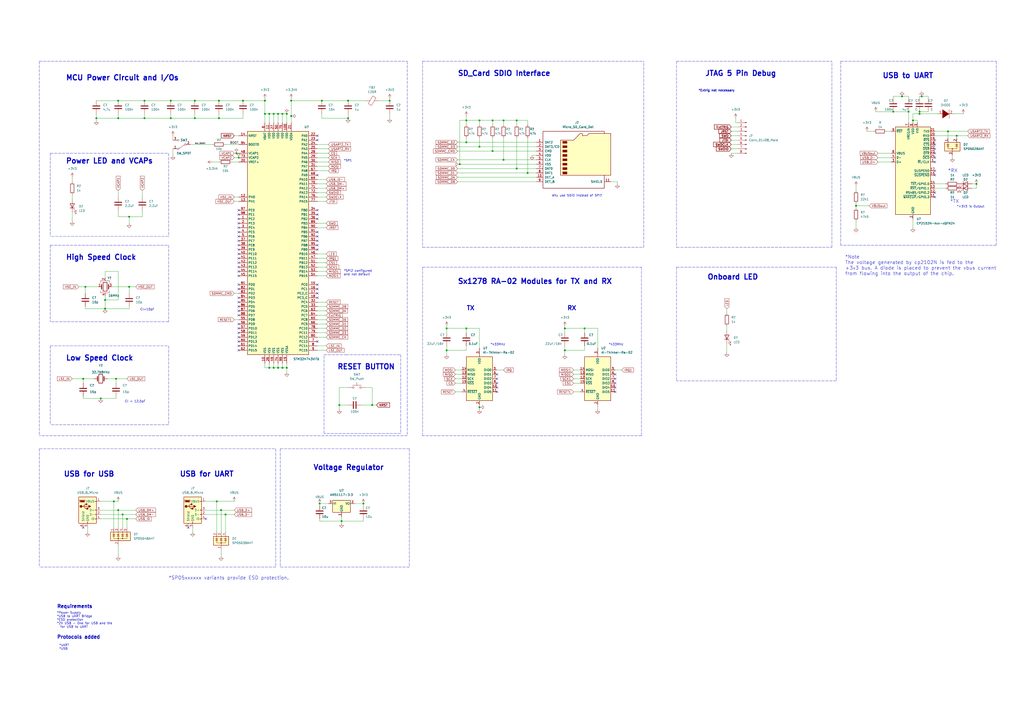
<source format=kicad_sch>
(kicad_sch (version 20211123) (generator eeschema)
  (paper "A2")
  (title_block (title "Tafiti Ground Comms Module") (date "2023-03-05") (rev "V1.4") (company "Kenya Space Agency") (comment 1 "This is a portable ground receiver module to send  and receive signals from the Onboard comms of Tafiti Nano-satellite."))
  (junction (at 226.06 58.42))
  (junction (at 339.09 190.5))
  (junction (at 285.75 69.85))
  (junction (at 566.42 106.68))
  (junction (at 259.08 203.2))
  (junction (at 292.1 92.71))
  (junction (at 158.75 66.04))
  (junction (at 60.96 179.07))
  (junction (at 68.58 295.91))
  (junction (at 198.12 302.26))
  (junction (at 168.91 58.42))
  (junction (at 130.81 298.45))
  (junction (at 99.06 68.58))
  (junction (at 113.03 68.58))
  (junction (at 166.37 66.04))
  (junction (at 127 58.42))
  (junction (at 83.82 58.42))
  (junction (at 49.53 166.37))
  (junction (at 523.24 55.88))
  (junction (at 185.42 292.1))
  (junction (at 168.91 67.31))
  (junction (at 74.93 166.37))
  (junction (at 153.67 58.42))
  (junction (at 529.59 69.85))
  (junction (at 66.04 290.83))
  (junction (at 533.4 64.77))
  (junction (at 99.06 58.42))
  (junction (at 67.31 219.71))
  (junction (at 83.82 68.58))
  (junction (at 140.97 58.42))
  (junction (at 137.16 88.9))
  (junction (at 55.88 68.58))
  (junction (at 113.03 58.42))
  (junction (at 166.37 213.36))
  (junction (at 533.4 66.04))
  (junction (at 71.12 298.45))
  (junction (at 210.82 292.1))
  (junction (at 299.72 69.85))
  (junction (at 554.99 78.74))
  (junction (at 201.93 68.58))
  (junction (at 292.1 69.85))
  (junction (at 266.7 95.25))
  (junction (at 74.93 125.73))
  (junction (at 186.69 58.42))
  (junction (at 327.66 203.2))
  (junction (at 299.72 97.79))
  (junction (at 156.21 66.04))
  (junction (at 285.75 87.63))
  (junction (at 156.21 213.36))
  (junction (at 201.93 58.42))
  (junction (at 527.05 64.77))
  (junction (at 270.51 69.85))
  (junction (at 278.13 85.09))
  (junction (at 161.29 66.04))
  (junction (at 138.43 91.44))
  (junction (at 549.91 76.2))
  (junction (at 278.13 236.22))
  (junction (at 518.16 64.77))
  (junction (at 534.67 55.88))
  (junction (at 270.51 190.5))
  (junction (at 259.08 190.5))
  (junction (at 58.42 231.14))
  (junction (at 306.07 100.33))
  (junction (at 128.27 295.91))
  (junction (at 158.75 213.36))
  (junction (at 215.9 234.95))
  (junction (at 73.66 300.99))
  (junction (at 327.66 190.5))
  (junction (at 127 68.58))
  (junction (at 60.96 173.99))
  (junction (at 496.57 119.38))
  (junction (at 196.85 234.95))
  (junction (at 48.26 219.71))
  (junction (at 278.13 69.85))
  (junction (at 68.58 68.58))
  (junction (at 68.58 58.42))
  (junction (at 161.29 213.36))
  (junction (at 270.51 82.55))
  (junction (at 153.67 66.04))
  (junction (at 163.83 66.04))
  (junction (at 125.73 290.83))
  (junction (at 163.83 213.36))
  (no_connect (at 288.29 224.79))
  (no_connect (at 356.87 217.17))
  (no_connect (at 184.15 167.64))
  (no_connect (at 184.15 121.92))
  (no_connect (at 138.43 167.64))
  (no_connect (at 138.43 180.34))
  (no_connect (at 138.43 124.46))
  (no_connect (at 184.15 81.28))
  (no_connect (at 288.29 222.25))
  (no_connect (at 138.43 157.48))
  (no_connect (at 138.43 182.88))
  (no_connect (at 288.29 217.17))
  (no_connect (at 184.15 137.16))
  (no_connect (at 138.43 190.5))
  (no_connect (at 542.29 114.3))
  (no_connect (at 542.29 111.76))
  (no_connect (at 542.29 101.6))
  (no_connect (at 542.29 99.06))
  (no_connect (at 542.29 93.98))
  (no_connect (at 542.29 91.44))
  (no_connect (at 542.29 88.9))
  (no_connect (at 542.29 86.36))
  (no_connect (at 542.29 81.28))
  (no_connect (at 542.29 83.82))
  (no_connect (at 138.43 200.66))
  (no_connect (at 138.43 175.26))
  (no_connect (at 138.43 165.1))
  (no_connect (at 138.43 195.58))
  (no_connect (at 356.87 224.79))
  (no_connect (at 184.15 142.24))
  (no_connect (at 119.38 300.99))
  (no_connect (at 138.43 154.94))
  (no_connect (at 138.43 147.32))
  (no_connect (at 138.43 134.62))
  (no_connect (at 138.43 198.12))
  (no_connect (at 138.43 121.92))
  (no_connect (at 184.15 165.1))
  (no_connect (at 138.43 137.16))
  (no_connect (at 138.43 187.96))
  (no_connect (at 138.43 139.7))
  (no_connect (at 184.15 134.62))
  (no_connect (at 184.15 124.46))
  (no_connect (at 138.43 172.72))
  (no_connect (at 184.15 170.18))
  (no_connect (at 184.15 198.12))
  (no_connect (at 184.15 78.74))
  (no_connect (at 184.15 144.78))
  (no_connect (at 138.43 129.54))
  (no_connect (at 184.15 127))
  (no_connect (at 184.15 101.6))
  (no_connect (at 184.15 172.72))
  (no_connect (at 138.43 149.86))
  (no_connect (at 356.87 227.33))
  (no_connect (at 138.43 193.04))
  (no_connect (at 138.43 127))
  (no_connect (at 356.87 219.71))
  (no_connect (at 138.43 132.08))
  (no_connect (at 138.43 177.8))
  (no_connect (at 48.26 306.07))
  (no_connect (at 288.29 227.33))
  (no_connect (at 138.43 160.02))
  (no_connect (at 288.29 219.71))
  (no_connect (at 356.87 222.25))
  (no_connect (at 109.22 306.07))
  (no_connect (at 138.43 144.78))
  (no_connect (at 138.43 142.24))
  (no_connect (at 138.43 203.2))
  (no_connect (at 138.43 152.4))
  (no_connect (at 184.15 139.7))
  (wire (pts (xy 163.83 66.04) (xy 163.83 71.12)))
  (wire (pts (xy 201.93 224.79) (xy 196.85 224.79)))
  (wire (pts (xy 153.67 66.04) (xy 156.21 66.04)))
  (wire (pts (xy 306.07 100.33) (xy 311.15 100.33)))
  (wire (pts (xy 542.29 76.2) (xy 549.91 76.2)))
  (wire (pts (xy 184.15 91.44) (xy 190.5 91.44)))
  (wire (pts (xy 68.58 110.49) (xy 68.58 114.3)))
  (polyline (pts (xy 22.86 35.56) (xy 236.22 35.56)))
  (wire (pts (xy 158.75 66.04) (xy 161.29 66.04)))
  (polyline (pts (xy 237.49 260.35) (xy 237.49 328.93)))
  (wire (pts (xy 163.83 66.04) (xy 166.37 66.04)))
  (wire (pts (xy 168.91 58.42) (xy 168.91 67.31)))
  (wire (pts (xy 264.16 227.33) (xy 267.97 227.33)))
  (wire (pts (xy 184.15 195.58) (xy 189.23 195.58)))
  (wire (pts (xy 128.27 318.77) (xy 128.27 322.58)))
  (wire (pts (xy 270.51 190.5) (xy 259.08 190.5)))
  (wire (pts (xy 161.29 210.82) (xy 161.29 213.36)))
  (wire (pts (xy 426.72 71.12) (xy 427.99 71.12)))
  (polyline (pts (xy 487.68 35.56) (xy 487.68 142.24)))
  (polyline (pts (xy 97.79 246.38) (xy 29.21 246.38)))
  (wire (pts (xy 99.06 68.58) (xy 113.03 68.58)))
  (polyline (pts (xy 162.56 260.35) (xy 237.49 260.35)))
  (wire (pts (xy 292.1 80.01) (xy 292.1 92.71)))
  (polyline (pts (xy 200.66 205.74) (xy 232.41 205.74)))
  (wire (pts (xy 184.15 99.06) (xy 190.5 99.06)))
  (wire (pts (xy 424.18 83.82) (xy 427.99 83.82)))
  (wire (pts (xy 527.05 55.88) (xy 527.05 57.15)))
  (wire (pts (xy 424.18 81.28) (xy 427.99 81.28)))
  (wire (pts (xy 127 66.04) (xy 127 68.58)))
  (wire (pts (xy 119.38 298.45) (xy 130.81 298.45)))
  (wire (pts (xy 99.06 66.04) (xy 99.06 68.58)))
  (wire (pts (xy 100.33 78.74) (xy 100.33 81.28)))
  (polyline (pts (xy 97.79 137.16) (xy 29.21 137.16)))
  (wire (pts (xy 55.88 68.58) (xy 55.88 69.85)))
  (wire (pts (xy 278.13 236.22) (xy 278.13 237.49)))
  (wire (pts (xy 55.88 66.04) (xy 55.88 68.58)))
  (wire (pts (xy 259.08 200.66) (xy 259.08 203.2)))
  (wire (pts (xy 113.03 66.04) (xy 113.03 68.58)))
  (polyline (pts (xy 162.56 260.35) (xy 162.56 328.93)))
  (wire (pts (xy 346.71 234.95) (xy 346.71 237.49)))
  (wire (pts (xy 327.66 200.66) (xy 327.66 203.2)))
  (wire (pts (xy 163.83 210.82) (xy 163.83 213.36)))
  (wire (pts (xy 527.05 64.77) (xy 527.05 71.12)))
  (wire (pts (xy 119.38 295.91) (xy 128.27 295.91)))
  (wire (pts (xy 111.76 306.07) (xy 111.76 308.61)))
  (wire (pts (xy 55.88 58.42) (xy 68.58 58.42)))
  (polyline (pts (xy 22.86 35.56) (xy 22.86 252.73)))
  (wire (pts (xy 184.15 175.26) (xy 189.23 175.26)))
  (wire (pts (xy 68.58 295.91) (xy 68.58 306.07)))
  (wire (pts (xy 110.49 83.82) (xy 123.19 83.82)))
  (polyline (pts (xy 577.85 35.56) (xy 577.85 142.24)))
  (wire (pts (xy 58.42 295.91) (xy 68.58 295.91)))
  (wire (pts (xy 327.66 203.2) (xy 327.66 205.74)))
  (wire (pts (xy 140.97 58.42) (xy 153.67 58.42)))
  (wire (pts (xy 60.96 179.07) (xy 74.93 179.07)))
  (wire (pts (xy 552.45 90.17) (xy 552.45 91.44)))
  (wire (pts (xy 67.31 219.71) (xy 73.66 219.71)))
  (wire (pts (xy 185.42 292.1) (xy 185.42 293.37)))
  (wire (pts (xy 48.26 231.14) (xy 58.42 231.14)))
  (polyline (pts (xy 97.79 142.24) (xy 97.79 186.69)))
  (wire (pts (xy 523.24 55.88) (xy 527.05 55.88)))
  (wire (pts (xy 83.82 68.58) (xy 99.06 68.58)))
  (wire (pts (xy 153.67 213.36) (xy 156.21 213.36)))
  (polyline (pts (xy 237.49 328.93) (xy 162.56 328.93)))
  (wire (pts (xy 259.08 203.2) (xy 270.51 203.2)))
  (wire (pts (xy 161.29 213.36) (xy 163.83 213.36)))
  (wire (pts (xy 533.4 64.77) (xy 538.48 64.77)))
  (wire (pts (xy 265.43 97.79) (xy 299.72 97.79)))
  (wire (pts (xy 161.29 66.04) (xy 161.29 71.12)))
  (wire (pts (xy 198.12 302.26) (xy 210.82 302.26)))
  (wire (pts (xy 168.91 58.42) (xy 186.69 58.42)))
  (wire (pts (xy 184.15 187.96) (xy 189.23 187.96)))
  (wire (pts (xy 259.08 203.2) (xy 259.08 205.74)))
  (wire (pts (xy 278.13 69.85) (xy 285.75 69.85)))
  (wire (pts (xy 553.72 66.04) (xy 558.8 66.04)))
  (wire (pts (xy 68.58 157.48) (xy 68.58 173.99)))
  (wire (pts (xy 529.59 69.85) (xy 529.59 71.12)))
  (wire (pts (xy 198.12 302.26) (xy 198.12 303.53)))
  (wire (pts (xy 270.51 69.85) (xy 270.51 72.39)))
  (wire (pts (xy 153.67 58.42) (xy 153.67 66.04)))
  (wire (pts (xy 285.75 80.01) (xy 285.75 87.63)))
  (wire (pts (xy 265.43 82.55) (xy 270.51 82.55)))
  (wire (pts (xy 184.15 114.3) (xy 189.23 114.3)))
  (wire (pts (xy 127 68.58) (xy 140.97 68.58)))
  (polyline (pts (xy 392.43 35.56) (xy 392.43 143.51)))
  (wire (pts (xy 74.93 166.37) (xy 78.74 166.37)))
  (wire (pts (xy 184.15 88.9) (xy 190.5 88.9)))
  (polyline (pts (xy 487.68 35.56) (xy 577.85 35.56)))
  (wire (pts (xy 424.18 86.36) (xy 427.99 86.36)))
  (wire (pts (xy 292.1 69.85) (xy 292.1 72.39)))
  (wire (pts (xy 292.1 92.71) (xy 311.15 92.71)))
  (wire (pts (xy 184.15 116.84) (xy 189.23 116.84)))
  (wire (pts (xy 264.16 217.17) (xy 267.97 217.17)))
  (wire (pts (xy 265.43 87.63) (xy 285.75 87.63)))
  (wire (pts (xy 68.58 58.42) (xy 83.82 58.42)))
  (wire (pts (xy 82.55 125.73) (xy 74.93 125.73)))
  (wire (pts (xy 508 64.77) (xy 518.16 64.77)))
  (wire (pts (xy 190.5 292.1) (xy 185.42 292.1)))
  (wire (pts (xy 542.29 109.22) (xy 548.64 109.22)))
  (wire (pts (xy 100.33 86.36) (xy 100.33 90.17)))
  (wire (pts (xy 99.06 58.42) (xy 113.03 58.42)))
  (wire (pts (xy 259.08 189.23) (xy 259.08 190.5)))
  (wire (pts (xy 421.64 199.39) (xy 421.64 204.47)))
  (wire (pts (xy 135.89 114.3) (xy 138.43 114.3)))
  (wire (pts (xy 270.51 69.85) (xy 278.13 69.85)))
  (wire (pts (xy 549.91 76.2) (xy 549.91 80.01)))
  (wire (pts (xy 278.13 69.85) (xy 278.13 72.39)))
  (polyline (pts (xy 29.21 88.9) (xy 29.21 137.16)))
  (wire (pts (xy 184.15 157.48) (xy 189.23 157.48)))
  (wire (pts (xy 346.71 190.5) (xy 346.71 201.93)))
  (wire (pts (xy 68.58 68.58) (xy 83.82 68.58)))
  (wire (pts (xy 426.72 68.58) (xy 426.72 71.12)))
  (wire (pts (xy 327.66 203.2) (xy 339.09 203.2)))
  (wire (pts (xy 73.66 300.99) (xy 78.74 300.99)))
  (wire (pts (xy 270.51 190.5) (xy 278.13 190.5)))
  (wire (pts (xy 285.75 87.63) (xy 311.15 87.63)))
  (wire (pts (xy 68.58 66.04) (xy 68.58 68.58)))
  (wire (pts (xy 533.4 55.88) (xy 534.67 55.88)))
  (wire (pts (xy 339.09 190.5) (xy 346.71 190.5)))
  (wire (pts (xy 496.57 128.27) (xy 496.57 132.08)))
  (wire (pts (xy 566.42 106.68) (xy 566.42 109.22)))
  (wire (pts (xy 554.99 78.74) (xy 554.99 80.01)))
  (wire (pts (xy 184.15 154.94) (xy 189.23 154.94)))
  (wire (pts (xy 119.38 290.83) (xy 125.73 290.83)))
  (wire (pts (xy 49.53 177.8) (xy 49.53 179.07)))
  (wire (pts (xy 259.08 190.5) (xy 259.08 193.04)))
  (wire (pts (xy 421.64 179.07) (xy 421.64 181.61)))
  (wire (pts (xy 533.4 64.77) (xy 533.4 66.04)))
  (wire (pts (xy 153.67 210.82) (xy 153.67 213.36)))
  (wire (pts (xy 135.89 185.42) (xy 138.43 185.42)))
  (wire (pts (xy 518.16 64.77) (xy 527.05 64.77)))
  (wire (pts (xy 529.59 66.04) (xy 529.59 69.85)))
  (wire (pts (xy 509.27 93.98) (xy 516.89 93.98)))
  (wire (pts (xy 184.15 203.2) (xy 189.23 203.2)))
  (wire (pts (xy 83.82 58.42) (xy 99.06 58.42)))
  (wire (pts (xy 210.82 292.1) (xy 210.82 293.37)))
  (wire (pts (xy 285.75 69.85) (xy 285.75 72.39)))
  (wire (pts (xy 186.69 68.58) (xy 201.93 68.58)))
  (wire (pts (xy 50.8 306.07) (xy 50.8 308.61)))
  (polyline (pts (xy 187.96 205.74) (xy 200.66 205.74)))
  (wire (pts (xy 496.57 119.38) (xy 504.19 119.38)))
  (polyline (pts (xy 160.02 260.35) (xy 160.02 328.93)))
  (wire (pts (xy 332.74 214.63) (xy 336.55 214.63)))
  (wire (pts (xy 156.21 210.82) (xy 156.21 213.36)))
  (wire (pts (xy 538.48 55.88) (xy 538.48 57.15)))
  (wire (pts (xy 265.43 102.87) (xy 311.15 102.87)))
  (wire (pts (xy 496.57 118.11) (xy 496.57 119.38)))
  (wire (pts (xy 135.89 91.44) (xy 138.43 91.44)))
  (wire (pts (xy 356.87 214.63) (xy 360.68 214.63)))
  (wire (pts (xy 219.71 58.42) (xy 226.06 58.42)))
  (wire (pts (xy 339.09 203.2) (xy 339.09 200.66)))
  (wire (pts (xy 62.23 219.71) (xy 67.31 219.71)))
  (wire (pts (xy 496.57 107.95) (xy 496.57 110.49)))
  (wire (pts (xy 123.19 93.98) (xy 127 93.98)))
  (polyline (pts (xy 97.79 186.69) (xy 29.21 186.69)))
  (polyline (pts (xy 29.21 142.24) (xy 97.79 142.24)))
  (polyline (pts (xy 22.86 260.35) (xy 160.02 260.35)))
  (wire (pts (xy 266.7 69.85) (xy 266.7 95.25)))
  (wire (pts (xy 166.37 210.82) (xy 166.37 213.36)))
  (wire (pts (xy 209.55 234.95) (xy 215.9 234.95)))
  (wire (pts (xy 554.99 78.74) (xy 561.34 78.74)))
  (wire (pts (xy 48.26 219.71) (xy 54.61 219.71)))
  (wire (pts (xy 158.75 213.36) (xy 161.29 213.36)))
  (wire (pts (xy 130.81 298.45) (xy 135.89 298.45)))
  (wire (pts (xy 130.81 298.45) (xy 130.81 308.61)))
  (polyline (pts (xy 97.79 200.66) (xy 97.79 246.38)))
  (wire (pts (xy 67.31 231.14) (xy 67.31 229.87)))
  (polyline (pts (xy 160.02 328.93) (xy 22.86 328.93)))
  (polyline (pts (xy 187.96 251.46) (xy 187.96 205.74)))
  (wire (pts (xy 270.51 69.85) (xy 266.7 69.85)))
  (wire (pts (xy 140.97 68.58) (xy 140.97 66.04)))
  (wire (pts (xy 265.43 85.09) (xy 278.13 85.09)))
  (polyline (pts (xy 97.79 88.9) (xy 97.79 137.16)))
  (wire (pts (xy 48.26 219.71) (xy 48.26 222.25)))
  (wire (pts (xy 306.07 80.01) (xy 306.07 100.33)))
  (wire (pts (xy 60.96 161.29) (xy 60.96 157.48)))
  (wire (pts (xy 549.91 76.2) (xy 561.34 76.2)))
  (wire (pts (xy 358.14 105.41) (xy 358.14 106.68)))
  (wire (pts (xy 128.27 295.91) (xy 128.27 308.61)))
  (wire (pts (xy 73.66 300.99) (xy 73.66 306.07)))
  (wire (pts (xy 339.09 193.04) (xy 339.09 190.5)))
  (wire (pts (xy 424.18 73.66) (xy 427.99 73.66)))
  (wire (pts (xy 68.58 125.73) (xy 68.58 121.92)))
  (wire (pts (xy 306.07 69.85) (xy 306.07 72.39)))
  (wire (pts (xy 534.67 55.88) (xy 538.48 55.88)))
  (wire (pts (xy 58.42 231.14) (xy 67.31 231.14)))
  (wire (pts (xy 156.21 66.04) (xy 158.75 66.04)))
  (polyline (pts (xy 245.11 35.56) (xy 245.11 143.51)))
  (wire (pts (xy 299.72 80.01) (xy 299.72 97.79)))
  (wire (pts (xy 48.26 229.87) (xy 48.26 231.14)))
  (polyline (pts (xy 236.22 252.73) (xy 22.86 252.73)))
  (wire (pts (xy 184.15 193.04) (xy 189.23 193.04)))
  (polyline (pts (xy 245.11 252.73) (xy 245.11 154.94)))
  (wire (pts (xy 184.15 111.76) (xy 189.23 111.76)))
  (wire (pts (xy 308.61 90.17) (xy 311.15 90.17)))
  (wire (pts (xy 421.64 189.23) (xy 421.64 191.77)))
  (polyline (pts (xy 245.11 35.56) (xy 373.38 35.56)))
  (wire (pts (xy 74.93 179.07) (xy 74.93 177.8)))
  (wire (pts (xy 58.42 290.83) (xy 66.04 290.83)))
  (wire (pts (xy 186.69 58.42) (xy 201.93 58.42)))
  (polyline (pts (xy 392.43 143.51) (xy 482.6 143.51)))
  (wire (pts (xy 518.16 55.88) (xy 518.16 57.15)))
  (wire (pts (xy 127 58.42) (xy 140.97 58.42)))
  (wire (pts (xy 278.13 234.95) (xy 278.13 236.22)))
  (wire (pts (xy 332.74 217.17) (xy 336.55 217.17)))
  (wire (pts (xy 184.15 152.4) (xy 189.23 152.4)))
  (wire (pts (xy 184.15 160.02) (xy 189.23 160.02)))
  (wire (pts (xy 161.29 66.04) (xy 163.83 66.04)))
  (wire (pts (xy 41.91 123.19) (xy 41.91 128.27)))
  (wire (pts (xy 265.43 92.71) (xy 292.1 92.71)))
  (wire (pts (xy 278.13 80.01) (xy 278.13 85.09)))
  (wire (pts (xy 196.85 224.79) (xy 196.85 234.95)))
  (wire (pts (xy 339.09 190.5) (xy 327.66 190.5)))
  (polyline (pts (xy 392.43 154.94) (xy 485.14 154.94)))
  (polyline (pts (xy 482.6 143.51) (xy 482.6 35.56)))
  (wire (pts (xy 184.15 149.86) (xy 189.23 149.86)))
  (wire (pts (xy 299.72 69.85) (xy 306.07 69.85)))
  (wire (pts (xy 533.4 66.04) (xy 543.56 66.04)))
  (wire (pts (xy 529.59 69.85) (xy 532.13 69.85)))
  (wire (pts (xy 514.35 76.2) (xy 516.89 76.2)))
  (wire (pts (xy 184.15 83.82) (xy 190.5 83.82)))
  (wire (pts (xy 327.66 189.23) (xy 327.66 190.5)))
  (polyline (pts (xy 29.21 200.66) (xy 29.21 246.38)))
  (wire (pts (xy 135.89 116.84) (xy 138.43 116.84)))
  (wire (pts (xy 270.51 82.55) (xy 311.15 82.55)))
  (wire (pts (xy 184.15 106.68) (xy 189.23 106.68)))
  (wire (pts (xy 125.73 290.83) (xy 125.73 308.61)))
  (wire (pts (xy 68.58 173.99) (xy 60.96 173.99)))
  (wire (pts (xy 185.42 300.99) (xy 185.42 302.26)))
  (wire (pts (xy 285.75 69.85) (xy 292.1 69.85)))
  (polyline (pts (xy 29.21 200.66) (xy 97.79 200.66)))
  (wire (pts (xy 270.51 203.2) (xy 270.51 200.66)))
  (wire (pts (xy 130.81 83.82) (xy 138.43 83.82)))
  (wire (pts (xy 68.58 316.23) (xy 68.58 322.58)))
  (wire (pts (xy 201.93 58.42) (xy 212.09 58.42)))
  (wire (pts (xy 153.67 57.15) (xy 153.67 58.42)))
  (wire (pts (xy 184.15 190.5) (xy 189.23 190.5)))
  (wire (pts (xy 292.1 69.85) (xy 299.72 69.85)))
  (wire (pts (xy 270.51 193.04) (xy 270.51 190.5)))
  (wire (pts (xy 509.27 88.9) (xy 516.89 88.9)))
  (polyline (pts (xy 372.11 252.73) (xy 245.11 252.73)))
  (wire (pts (xy 66.04 290.83) (xy 68.58 290.83)))
  (wire (pts (xy 184.15 147.32) (xy 189.23 147.32)))
  (polyline (pts (xy 392.43 154.94) (xy 392.43 220.98)))
  (polyline (pts (xy 29.21 142.24) (xy 29.21 186.69)))
  (wire (pts (xy 509.27 91.44) (xy 516.89 91.44)))
  (wire (pts (xy 201.93 68.58) (xy 201.93 66.04)))
  (wire (pts (xy 265.43 100.33) (xy 306.07 100.33)))
  (polyline (pts (xy 485.14 154.94) (xy 485.14 220.98)))
  (wire (pts (xy 424.18 76.2) (xy 427.99 76.2)))
  (wire (pts (xy 134.62 93.98) (xy 138.43 93.98)))
  (wire (pts (xy 184.15 93.98) (xy 190.5 93.98)))
  (wire (pts (xy 55.88 68.58) (xy 68.58 68.58)))
  (wire (pts (xy 210.82 302.26) (xy 210.82 300.99)))
  (wire (pts (xy 184.15 185.42) (xy 189.23 185.42)))
  (wire (pts (xy 205.74 292.1) (xy 210.82 292.1)))
  (wire (pts (xy 83.82 66.04) (xy 83.82 68.58)))
  (wire (pts (xy 266.7 95.25) (xy 311.15 95.25)))
  (wire (pts (xy 113.03 58.42) (xy 127 58.42)))
  (wire (pts (xy 566.42 109.22) (xy 563.88 109.22)))
  (wire (pts (xy 168.91 57.15) (xy 168.91 58.42)))
  (polyline (pts (xy 245.11 143.51) (xy 373.38 143.51)))
  (wire (pts (xy 327.66 190.5) (xy 327.66 193.04)))
  (polyline (pts (xy 373.38 143.51) (xy 373.38 35.56)))
  (wire (pts (xy 163.83 213.36) (xy 166.37 213.36)))
  (polyline (pts (xy 245.11 154.94) (xy 372.11 154.94)))
  (wire (pts (xy 265.43 105.41) (xy 311.15 105.41)))
  (wire (pts (xy 278.13 85.09) (xy 311.15 85.09)))
  (wire (pts (xy 184.15 182.88) (xy 189.23 182.88)))
  (wire (pts (xy 82.55 121.92) (xy 82.55 125.73)))
  (wire (pts (xy 184.15 177.8) (xy 189.23 177.8)))
  (wire (pts (xy 49.53 166.37) (xy 49.53 170.18)))
  (polyline (pts (xy 392.43 35.56) (xy 482.6 35.56)))
  (wire (pts (xy 424.18 88.9) (xy 427.99 88.9)))
  (polyline (pts (xy 485.14 220.98) (xy 392.43 220.98)))
  (wire (pts (xy 58.42 300.99) (xy 73.66 300.99)))
  (wire (pts (xy 74.93 166.37) (xy 74.93 170.18)))
  (polyline (pts (xy 29.21 88.9) (xy 97.79 88.9)))
  (wire (pts (xy 184.15 129.54) (xy 189.23 129.54)))
  (wire (pts (xy 128.27 295.91) (xy 135.89 295.91)))
  (wire (pts (xy 518.16 55.88) (xy 523.24 55.88)))
  (wire (pts (xy 135.89 88.9) (xy 137.16 88.9)))
  (wire (pts (xy 226.06 66.04) (xy 226.06 68.58)))
  (wire (pts (xy 529.59 127) (xy 529.59 132.08)))
  (wire (pts (xy 184.15 200.66) (xy 189.23 200.66)))
  (wire (pts (xy 166.37 213.36) (xy 166.37 215.9)))
  (wire (pts (xy 41.91 102.87) (xy 41.91 105.41)))
  (wire (pts (xy 135.89 78.74) (xy 138.43 78.74)))
  (wire (pts (xy 137.16 88.9) (xy 138.43 88.9)))
  (wire (pts (xy 196.85 234.95) (xy 201.93 234.95)))
  (wire (pts (xy 226.06 57.15) (xy 226.06 58.42)))
  (wire (pts (xy 71.12 298.45) (xy 71.12 306.07)))
  (wire (pts (xy 41.91 113.03) (xy 41.91 115.57)))
  (wire (pts (xy 60.96 157.48) (xy 68.58 157.48)))
  (wire (pts (xy 198.12 299.72) (xy 198.12 302.26)))
  (wire (pts (xy 264.16 222.25) (xy 267.97 222.25)))
  (polyline (pts (xy 577.85 142.24) (xy 487.68 142.24)))
  (wire (pts (xy 299.72 69.85) (xy 299.72 72.39)))
  (wire (pts (xy 67.31 219.71) (xy 67.31 222.25)))
  (wire (pts (xy 264.16 214.63) (xy 267.97 214.63)))
  (wire (pts (xy 278.13 190.5) (xy 278.13 201.93)))
  (wire (pts (xy 533.4 57.15) (xy 533.4 55.88)))
  (wire (pts (xy 82.55 110.49) (xy 82.55 114.3)))
  (wire (pts (xy 153.67 66.04) (xy 153.67 71.12)))
  (wire (pts (xy 158.75 210.82) (xy 158.75 213.36)))
  (wire (pts (xy 184.15 180.34) (xy 189.23 180.34)))
  (wire (pts (xy 184.15 96.52) (xy 190.5 96.52)))
  (wire (pts (xy 58.42 298.45) (xy 71.12 298.45)))
  (wire (pts (xy 184.15 132.08) (xy 189.23 132.08)))
  (polyline (pts (xy 232.41 205.74) (xy 232.41 251.46)))
  (wire (pts (xy 166.37 66.04) (xy 166.37 71.12)))
  (wire (pts (xy 60.96 171.45) (xy 60.96 173.99)))
  (wire (pts (xy 196.85 234.95) (xy 196.85 237.49)))
  (wire (pts (xy 74.93 125.73) (xy 74.93 129.54)))
  (wire (pts (xy 184.15 109.22) (xy 189.23 109.22)))
  (wire (pts (xy 542.29 106.68) (xy 548.64 106.68)))
  (wire (pts (xy 64.77 166.37) (xy 74.93 166.37)))
  (wire (pts (xy 563.88 106.68) (xy 566.42 106.68)))
  (wire (pts (xy 125.73 290.83) (xy 135.89 290.83)))
  (wire (pts (xy 502.92 76.2) (xy 506.73 76.2)))
  (wire (pts (xy 264.16 219.71) (xy 267.97 219.71)))
  (wire (pts (xy 186.69 66.04) (xy 186.69 68.58)))
  (wire (pts (xy 184.15 86.36) (xy 190.5 86.36)))
  (wire (pts (xy 49.53 179.07) (xy 60.96 179.07)))
  (wire (pts (xy 215.9 224.79) (xy 215.9 234.95)))
  (wire (pts (xy 332.74 227.33) (xy 336.55 227.33)))
  (wire (pts (xy 542.29 78.74) (xy 554.99 78.74)))
  (wire (pts (xy 156.21 213.36) (xy 158.75 213.36)))
  (wire (pts (xy 66.04 290.83) (xy 66.04 306.07)))
  (wire (pts (xy 71.12 298.45) (xy 78.74 298.45)))
  (wire (pts (xy 156.21 66.04) (xy 156.21 71.12)))
  (polyline (pts (xy 232.41 251.46) (xy 187.96 251.46)))
  (wire (pts (xy 168.91 67.31) (xy 168.91 71.12)))
  (wire (pts (xy 212.09 224.79) (xy 215.9 224.79)))
  (wire (pts (xy 270.51 80.01) (xy 270.51 82.55)))
  (wire (pts (xy 215.9 234.95) (xy 218.44 234.95)))
  (polyline (pts (xy 236.22 35.56) (xy 236.22 252.73)))
  (wire (pts (xy 49.53 166.37) (xy 57.15 166.37)))
  (polyline (pts (xy 22.86 260.35) (xy 22.86 328.93)))
  (wire (pts (xy 332.74 222.25) (xy 336.55 222.25)))
  (wire (pts (xy 74.93 125.73) (xy 68.58 125.73)))
  (wire (pts (xy 496.57 119.38) (xy 496.57 120.65)))
  (polyline (pts (xy 372.11 154.94) (xy 372.11 252.73)))
  (wire (pts (xy 41.91 219.71) (xy 48.26 219.71)))
  (wire (pts (xy 68.58 295.91) (xy 78.74 295.91)))
  (wire (pts (xy 60.96 179.07) (xy 60.96 173.99)))
  (wire (pts (xy 135.89 170.18) (xy 138.43 170.18)))
  (wire (pts (xy 113.03 68.58) (xy 127 68.58)))
  (wire (pts (xy 45.72 166.37) (xy 49.53 166.37)))
  (wire (pts (xy 532.13 69.85) (xy 532.13 71.12)))
  (wire (pts (xy 299.72 97.79) (xy 311.15 97.79)))
  (wire (pts (xy 184.15 104.14) (xy 189.23 104.14)))
  (wire (pts (xy 185.42 302.26) (xy 198.12 302.26)))
  (wire (pts (xy 270.51 67.31) (xy 270.51 69.85)))
  (wire (pts (xy 424.18 78.74) (xy 427.99 78.74)))
  (wire (pts (xy 158.75 66.04) (xy 158.75 71.12)))
  (wire (pts (xy 533.4 66.04) (xy 529.59 66.04)))
  (wire (pts (xy 332.74 219.71) (xy 336.55 219.71)))
  (wire (pts (xy 288.29 214.63) (xy 292.1 214.63)))
  (wire (pts (xy 354.33 105.41) (xy 358.14 105.41)))
  (text "High Speed Clock" (at 38.1 151.13 0) (effects (font (size 3 3) (thickness 0.6) bold) (justify left bottom)))
  (text "Sx1278 RA-02 Modules for TX and RX" (at 265.43 165.1 0) (effects (font (size 3 3) bold) (justify left bottom)))
  (text "RX" (at 328.93 180.34 0) (effects (font (size 2.5 2.5) bold) (justify left bottom)))
  (text "Requirements" (at 33.02 353.06 0) (effects (font (size 2 2) (thickness 0.4) bold) (justify left bottom)))
  (text "*Extrig not necessary" (at 405.13 53.34 0) (effects (font (size 1.27 1.27) bold) (justify left bottom)))
  (text "*SPI2 configured\nand not default" (at 199.39 160.02 0) (effects (font (size 1.27 1.27)) (justify left bottom)))
  (text "*RX" (at 549.91 100.33 0) (effects (font (size 2 2)) (justify left bottom)))
  (text "*UART\n*USB" (at 34.29 377.19 0) (effects (font (size 1.27 1.27)) (justify left bottom)))
  (text "*+3V3 is Output" (at 554.99 120.65 0) (effects (font (size 1.27 1.27)) (justify left bottom)))
  (text "MCU Power Circuit and I/Os" (at 38.1 46.99 0) (effects (font (size 3 3) bold) (justify left bottom)))
  (text "*SP1" (at 199.39 93.98 0) (effects (font (size 1.27 1.27)) (justify left bottom)))
  (text "Why use SDIO instead of SPI?\n" (at 320.04 114.3 0) (effects (font (size 1.27 1.27)) (justify left bottom)))
  (text "Protocols added\n" (at 33.02 370.84 0) (effects (font (size 2 2) bold) (justify left bottom)))
  (text "USB to UART " (at 511.81 45.72 0) (effects (font (size 3 3) bold) (justify left bottom)))
  (text "USB for UART" (at 104.14 276.86 0) (effects (font (size 3 3) bold) (justify left bottom)))
  (text "SD_Card SDIO Interface" (at 265.43 44.45 0) (effects (font (size 3 3) bold) (justify left bottom)))
  (text "Voltage Regulator" (at 181.61 273.05 0) (effects (font (size 3 3) (thickness 0.6) bold) (justify left bottom)))
  (text "*433MHz" (at 284.48 200.66 0) (effects (font (size 1.27 1.27)) (justify left bottom)))
  (text "Low Speed Clock" (at 38.1 209.55 0) (effects (font (size 3 3) bold) (justify left bottom)))
  (text "JTAG 5 Pin Debug" (at 408.94 44.45 0) (effects (font (size 3 3) bold) (justify left bottom)))
  (text "*Note\nThe voltage generated by cp2102N is fed to the \n+3v3 bus. A diode is placed to prevent the vbus current \nfrom flowing into the output of the chip." (at 490.22 160.02 0) (effects (font (size 2 2)) (justify left bottom)))
  (text "*SP05xxxxxx variants provide ESD protection." (at 97.79 336.55 0) (effects (font (size 2 2)) (justify left bottom)))
  (text "Onboard LED" (at 410.21 162.56 0) (effects (font (size 3 3) bold) (justify left bottom)))
  (text "Cl=10pF" (at 81.28 180.34 0) (effects (font (size 1.27 1.27)) (justify left bottom)))
  (text "Cl = 12.5pF" (at 72.39 233.68 0) (effects (font (size 1.27 1.27)) (justify left bottom)))
  (text "TX" (at 270.51 180.34 0) (effects (font (size 2.5 2.5) bold) (justify left bottom)))
  (text "*TX" (at 551.18 118.11 0) (effects (font (size 2 2)) (justify left bottom)))
  (text "RESET BUTTON" (at 195.58 214.63 0) (effects (font (size 3 3) bold) (justify left bottom)))
  (text "Power LED and VCAPs" (at 38.1 95.25 0) (effects (font (size 3 3) bold) (justify left bottom)))
  (text "*433MHz" (at 353.06 200.66 0) (effects (font (size 1.27 1.27)) (justify left bottom)))
  (text "USB for USB" (at 36.83 276.86 0) (effects (font (size 3 3) bold) (justify left bottom)))
  (text "*Power Supply\n*USB to UART Bridge\n*ESD protection\n*2X USB - One for USB and the\n  for USB to UART\n" (at 33.02 364.49 0) (effects (font (size 1.27 1.27)) (justify left bottom)))
  (label "BOOT" (at 133.35 83.82 0))
  (label "sw_boot" (at 113.03 83.82 0) (effects (font (size 1 1))))
  (global_label "SDMMC_CMD" (shape input) (at 135.89 170.18 180) (property "Intersheet References" "${INTERSHEET_REFS}" (effects hide)))
  (global_label "VCAP1" (shape input) (at 135.89 88.9 180) (property "Intersheet References" "${INTERSHEET_REFS}" (effects hide)))
  (global_label "ExtTRIG" (shape input) (at 189.23 182.88 0) (property "Intersheet References" "${INTERSHEET_REFS}" (effects hide)))
  (global_label "SWO" (shape input) (at 424.18 78.74 180) (effects (font bold)) (property "Intersheet References" "${INTERSHEET_REFS}" (effects hide)))
  (global_label "SDMMC_DA" (shape input) (at 265.43 102.87 180) (property "Intersheet References" "${INTERSHEET_REFS}" (effects hide)))
  (global_label "SWDIO" (shape input) (at 189.23 111.76 0) (property "Intersheet References" "${INTERSHEET_REFS}" (effects hide)))
  (global_label "USB_D-" (shape input) (at 509.27 91.44 180) (property "Intersheet References" "${INTERSHEET_REFS}" (effects hide)))
  (global_label "LED" (shape input) (at 421.64 179.07 90) (property "Intersheet References" "${INTERSHEET_REFS}" (effects hide)))
  (global_label "USART2_RX" (shape input) (at 190.5 86.36 0) (property "Intersheet References" "${INTERSHEET_REFS}" (effects hide)))
  (global_label "USB_ID" (shape input) (at 78.74 300.99 0) (property "Intersheet References" "${INTERSHEET_REFS}" (effects hide)))
  (global_label "RESET" (shape input) (at 264.16 227.33 180) (property "Intersheet References" "${INTERSHEET_REFS}" (effects hide)))
  (global_label "SDMMC_DA" (shape input) (at 189.23 180.34 0) (property "Intersheet References" "${INTERSHEET_REFS}" (effects hide)))
  (global_label "LSE_IN" (shape input) (at 41.91 219.71 180) (property "Intersheet References" "${INTERSHEET_REFS}" (effects hide)))
  (global_label "IRQ" (shape input) (at 190.5 99.06 0) (property "Intersheet References" "${INTERSHEET_REFS}" (effects hide)))
  (global_label "JTDI" (shape input) (at 189.23 116.84 0) (property "Intersheet References" "${INTERSHEET_REFS}" (effects hide)))
  (global_label "MISO" (shape input) (at 190.5 93.98 0) (property "Intersheet References" "${INTERSHEET_REFS}" (effects hide)))
  (global_label "SWO" (shape input) (at 189.23 129.54 0) (property "Intersheet References" "${INTERSHEET_REFS}" (effects hide)))
  (global_label "MOSI" (shape input) (at 190.5 96.52 0) (property "Intersheet References" "${INTERSHEET_REFS}" (effects hide)))
  (global_label "USB_DM+" (shape input) (at 189.23 109.22 0) (property "Intersheet References" "${INTERSHEET_REFS}" (effects hide)))
  (global_label "HSE_IN" (shape input) (at 135.89 114.3 180) (property "Intersheet References" "${INTERSHEET_REFS}" (effects hide)))
  (global_label "CS" (shape input) (at 190.5 88.9 0) (property "Intersheet References" "${INTERSHEET_REFS}" (effects hide)))
  (global_label "SDMMC_DB" (shape input) (at 265.43 105.41 180) (property "Intersheet References" "${INTERSHEET_REFS}" (effects hide)))
  (global_label "SWDIO" (shape input) (at 424.18 86.36 180) (effects (font bold)) (property "Intersheet References" "${INTERSHEET_REFS}" (effects hide)))
  (global_label "HSE_OUT" (shape input) (at 78.74 166.37 0) (property "Intersheet References" "${INTERSHEET_REFS}" (effects hide)))
  (global_label "SDMMC_DB" (shape input) (at 189.23 177.8 0) (property "Intersheet References" "${INTERSHEET_REFS}" (effects hide)))
  (global_label "SDMMC_D1" (shape input) (at 189.23 187.96 0) (property "Intersheet References" "${INTERSHEET_REFS}" (effects hide)))
  (global_label "SDMMC_D3" (shape input) (at 189.23 193.04 0) (property "Intersheet References" "${INTERSHEET_REFS}" (effects hide)))
  (global_label "SWDCLK" (shape input) (at 189.23 114.3 0) (property "Intersheet References" "${INTERSHEET_REFS}" (effects hide)))
  (global_label "SCK1" (shape input) (at 189.23 154.94 0) (property "Intersheet References" "${INTERSHEET_REFS}" (effects hide)))
  (global_label "LSE_OUT" (shape input) (at 189.23 203.2 0) (property "Intersheet References" "${INTERSHEET_REFS}" (effects hide)))
  (global_label "HSE_IN" (shape input) (at 45.72 166.37 180) (property "Intersheet References" "${INTERSHEET_REFS}" (effects hide)))
  (global_label "SDMMC_CK" (shape input) (at 189.23 195.58 0) (property "Intersheet References" "${INTERSHEET_REFS}" (effects hide)))
  (global_label "USART2_TX" (shape input) (at 561.34 76.2 0) (property "Intersheet References" "${INTERSHEET_REFS}" (effects hide)))
  (global_label "USB_D+" (shape input) (at 509.27 93.98 180) (property "Intersheet References" "${INTERSHEET_REFS}" (effects hide)))
  (global_label "JRST" (shape input) (at 189.23 132.08 0) (property "Intersheet References" "${INTERSHEET_REFS}" (effects hide)))
  (global_label "MOSI1" (shape input) (at 189.23 160.02 0) (property "Intersheet References" "${INTERSHEET_REFS}" (effects hide)))
  (global_label "USB_D-" (shape input) (at 135.89 298.45 0) (property "Intersheet References" "${INTERSHEET_REFS}" (effects hide)))
  (global_label "IRQ" (shape input) (at 292.1 214.63 0) (property "Intersheet References" "${INTERSHEET_REFS}" (effects hide)))
  (global_label "ExtTRIG" (shape input) (at 424.18 73.66 180) (effects (font (thickness 0.254) bold)) (property "Intersheet References" "${INTERSHEET_REFS}" (effects hide)))
  (global_label "SDMMC_CK" (shape input) (at 265.43 92.71 180) (property "Intersheet References" "${INTERSHEET_REFS}" (effects hide)))
  (global_label "VBUSout" (shape input) (at 504.19 119.38 0) (property "Intersheet References" "${INTERSHEET_REFS}" (effects hide)))
  (global_label "MOSI1" (shape input) (at 332.74 214.63 180) (property "Intersheet References" "${INTERSHEET_REFS}" (effects hide)))
  (global_label "MISO1" (shape input) (at 189.23 157.48 0) (property "Intersheet References" "${INTERSHEET_REFS}" (effects hide)))
  (global_label "SDMMC_D0" (shape input) (at 265.43 97.79 180) (property "Intersheet References" "${INTERSHEET_REFS}" (effects hide)))
  (global_label "USB_DM+" (shape input) (at 78.74 295.91 0) (property "Intersheet References" "${INTERSHEET_REFS}" (effects hide)))
  (global_label "RESET1" (shape input) (at 135.89 185.42 180) (property "Intersheet References" "${INTERSHEET_REFS}" (effects hide)))
  (global_label "NRST" (shape input) (at 218.44 234.95 0) (effects (font bold)) (property "Intersheet References" "${INTERSHEET_REFS}" (effects hide)))
  (global_label "LSE_OUT" (shape input) (at 73.66 219.71 0) (property "Intersheet References" "${INTERSHEET_REFS}" (effects hide)))
  (global_label "JRST" (shape input) (at 424.18 76.2 180) (effects (font bold)) (property "Intersheet References" "${INTERSHEET_REFS}" (effects hide)))
  (global_label "USART2_TX" (shape input) (at 190.5 83.82 0) (property "Intersheet References" "${INTERSHEET_REFS}" (effects hide)))
  (global_label "VCAP1" (shape input) (at 68.58 110.49 90) (property "Intersheet References" "${INTERSHEET_REFS}" (effects hide)))
  (global_label "VBUSout" (shape input) (at 509.27 88.9 180) (property "Intersheet References" "${INTERSHEET_REFS}" (effects hide)))
  (global_label "SDMMC_D3" (shape input) (at 265.43 85.09 180) (property "Intersheet References" "${INTERSHEET_REFS}" (effects hide)))
  (global_label "CS1" (shape input) (at 332.74 222.25 180) (property "Intersheet References" "${INTERSHEET_REFS}" (effects hide)))
  (global_label "RESET1" (shape input) (at 332.74 227.33 180) (property "Intersheet References" "${INTERSHEET_REFS}" (effects hide)))
  (global_label "MISO1" (shape input) (at 332.74 217.17 180) (property "Intersheet References" "${INTERSHEET_REFS}" (effects hide)))
  (global_label "SDMMC_CMD" (shape input) (at 265.43 87.63 180) (property "Intersheet References" "${INTERSHEET_REFS}" (effects hide)))
  (global_label "LSE_IN" (shape input) (at 189.23 200.66 0) (property "Intersheet References" "${INTERSHEET_REFS}" (effects hide)))
  (global_label "MOSI" (shape input) (at 264.16 214.63 180) (property "Intersheet References" "${INTERSHEET_REFS}" (effects hide)))
  (global_label "IRQ1" (shape input) (at 189.23 149.86 0) (property "Intersheet References" "${INTERSHEET_REFS}" (effects hide)))
  (global_label "SCK" (shape input) (at 264.16 219.71 180) (property "Intersheet References" "${INTERSHEET_REFS}" (effects hide)))
  (global_label "USART2_RX" (shape input) (at 561.34 78.74 0) (property "Intersheet References" "${INTERSHEET_REFS}" (effects hide)))
  (global_label "VCAP2" (shape input) (at 82.55 110.49 90) (property "Intersheet References" "${INTERSHEET_REFS}" (effects hide)))
  (global_label "USB_D+" (shape input) (at 135.89 295.91 0) (property "Intersheet References" "${INTERSHEET_REFS}" (effects hide)))
  (global_label "SDMMC_D2" (shape input) (at 265.43 82.55 180) (property "Intersheet References" "${INTERSHEET_REFS}" (effects hide)))
  (global_label "SDMMC_D1" (shape input) (at 265.43 100.33 180) (property "Intersheet References" "${INTERSHEET_REFS}" (effects hide)))
  (global_label "USB_DM-" (shape input) (at 189.23 106.68 0) (property "Intersheet References" "${INTERSHEET_REFS}" (effects hide)))
  (global_label "CS" (shape input) (at 264.16 222.25 180) (property "Intersheet References" "${INTERSHEET_REFS}" (effects hide)))
  (global_label "MISO" (shape input) (at 264.16 217.17 180) (property "Intersheet References" "${INTERSHEET_REFS}" (effects hide)))
  (global_label "JTDI" (shape input) (at 424.18 81.28 180) (effects (font bold)) (property "Intersheet References" "${INTERSHEET_REFS}" (effects hide)))
  (global_label "USB_DM-" (shape input) (at 78.74 298.45 0) (property "Intersheet References" "${INTERSHEET_REFS}" (effects hide)))
  (global_label "SCK1" (shape input) (at 332.74 219.71 180) (property "Intersheet References" "${INTERSHEET_REFS}" (effects hide)))
  (global_label "SDMMC_D2" (shape input) (at 189.23 190.5 0) (property "Intersheet References" "${INTERSHEET_REFS}" (effects hide)))
  (global_label "USB_ID-" (shape input) (at 189.23 104.14 0) (property "Intersheet References" "${INTERSHEET_REFS}" (effects hide)))
  (global_label "VCAP2" (shape input) (at 135.89 91.44 180) (property "Intersheet References" "${INTERSHEET_REFS}" (effects hide)))
  (global_label "SCK" (shape input) (at 190.5 91.44 0) (property "Intersheet References" "${INTERSHEET_REFS}" (effects hide)))
  (global_label "CS1" (shape input) (at 189.23 152.4 0) (property "Intersheet References" "${INTERSHEET_REFS}" (effects hide)))
  (global_label "NRST" (shape input) (at 135.89 78.74 180) (effects (font bold)) (property "Intersheet References" "${INTERSHEET_REFS}" (effects hide)))
  (global_label "IRQ1" (shape input) (at 360.68 214.63 0) (property "Intersheet References" "${INTERSHEET_REFS}" (effects hide)))
  (global_label "LED" (shape input) (at 189.23 147.32 0) (property "Intersheet References" "${INTERSHEET_REFS}" (effects hide)))
  (global_label "SWDCLK" (shape input) (at 424.18 83.82 180) (effects (font bold)) (property "Intersheet References" "${INTERSHEET_REFS}" (effects hide)))
  (global_label "RESET" (shape input) (at 189.23 175.26 0) (property "Intersheet References" "${INTERSHEET_REFS}" (effects hide)))
  (global_label "HSE_OUT" (shape input) (at 135.89 116.84 180) (property "Intersheet References" "${INTERSHEET_REFS}" (effects hide)))
  (global_label "SDMMC_D0" (shape input) (at 189.23 185.42 0) (property "Intersheet References" "${INTERSHEET_REFS}" (effects hide)))
  (symbol (lib_id "power:GND") (at 128.27 322.58 0) (unit 1)
    (property "Reference" "#PWR?" (effects hide))
    (property "Value" "GND" (effects hide))
  )
  (symbol (lib_id "power:GND") (at 496.57 132.08 0) (unit 1)
    (property "Reference" "#PWR?" (effects hide))
    (property "Value" "GND" (effects hide))
  )
  (symbol (lib_id "Device:C") (at 49.53 173.99 0) (unit 1)
    (property "Reference" "C?" (at 53.34 172.7199 0) (effects (justify left)))
    (property "Value" "10p" (at 53.34 175.2599 0) (effects (justify left)))
    (property "Footprint" "Capacitor_SMD:C_0402_1005Metric" (effects hide))
  )
  (symbol (lib_id "Device:C") (at 201.93 62.23 0) (unit 1)
    (property "Reference" "C?" (at 205.74 60.9599 0) (effects (justify left)))
    (property "Value" "1u" (at 205.74 63.4999 0) (effects (justify left)))
    (property "Footprint" "Capacitor_SMD:C_0402_1005Metric" (effects hide))
  )
  (symbol (lib_id "Device:C") (at 82.55 118.11 0) (unit 1)
    (property "Reference" "C?" (at 86.36 116.8399 0) (effects (justify left)))
    (property "Value" "2.2uF" (at 86.36 119.3799 0) (effects (justify left)))
    (property "Footprint" "Capacitor_SMD:C_0603_1608Metric" (effects hide))
  )
  (symbol (lib_id "Device:C") (at 83.82 62.23 0) (unit 1)
    (property "Reference" "C?" (at 87.63 60.9599 0) (effects (justify left)))
    (property "Value" "100n" (at 87.63 63.4999 0) (effects (justify left)))
    (property "Footprint" "Capacitor_SMD:C_0402_1005Metric" (effects hide))
  )
  (symbol (lib_id "power:+3V3") (at 566.42 106.68 0) (unit 1)
    (property "Reference" "#PWR?" (effects hide))
    (property "Value" "+3V3" (at 566.42 101.6 0))
  )
  (symbol (lib_id "Device:C") (at 67.31 226.06 0) (unit 1)
    (property "Reference" "C?" (at 71.12 223.52 0) (effects (justify left)))
    (property "Value" "15p" (at 71.12 227.3299 0) (effects (justify left)))
    (property "Footprint" "Capacitor_SMD:C_0402_1005Metric" (effects hide))
  )
  (symbol (lib_id "power:GND") (at 201.93 68.58 0) (unit 1)
    (property "Reference" "#PWR?" (effects hide))
    (property "Value" "GND" (effects hide))
  )
  (symbol (lib_id "power:PWR_FLAG") (at 137.16 88.9 0) (unit 1)
    (property "Reference" "#FLG?" (effects hide))
    (property "Value" "PWR_FLAG" (effects hide))
  )
  (symbol (lib_id "power:+3V3") (at 327.66 189.23 0) (unit 1)
    (property "Reference" "#PWR?" (effects hide))
    (property "Value" "+3V3" (at 327.66 184.15 0))
  )
  (symbol (lib_id "power:+3V3") (at 226.06 57.15 0) (unit 1)
    (property "Reference" "#PWR?" (effects hide))
    (property "Value" "+3V3" (at 226.06 52.07 0))
  )
  (symbol (lib_id "Power_Protection:SP0503BAHT") (at 128.27 313.69 0) (unit 1)
    (property "Reference" "D?" (at 134.62 312.4199 0) (effects (justify left)))
    (property "Value" "SP0503BAHT" (at 134.62 314.9599 0) (effects (justify left)))
    (property "Footprint" "Package_TO_SOT_SMD:SOT-143" (effects hide))
    (property "Datasheet" "http://www.littelfuse.com/~/media/files/littelfuse/technical%20resources/documents/data%20sheets/sp05xxba.pdf" (effects hide))
  )
  (symbol (lib_id "Device:C") (at 185.42 297.18 0) (unit 1)
    (property "Reference" "C?" (at 186.69 294.64 0) (effects (justify left)))
    (property "Value" "10u" (at 186.69 299.72 0) (effects (justify left)))
  )
  (symbol (lib_id "Device:R") (at 278.13 76.2 0) (unit 1)
    (property "Reference" "R?" (at 279.4 74.93 0) (effects (justify left)))
    (property "Value" "47k" (at 279.4 77.47 0) (effects (justify left)))
    (property "Footprint" "Resistor_SMD:R_0402_1005Metric" (effects hide))
  )
  (symbol (lib_id "Device:R") (at 41.91 109.22 0) (unit 1)
    (property "Reference" "R?" (at 44.45 107.9499 0) (effects (justify left)))
    (property "Value" "1k" (at 44.45 110.4899 0) (effects (justify left)))
    (property "Footprint" "Resistor_SMD:R_0402_1005Metric" (effects hide))
  )
  (symbol (lib_id "Device:Crystal") (at 58.42 219.71 0) (unit 1)
    (property "Reference" "Y?" (at 58.42 212.09 0))
    (property "Value" "32.768KHz" (at 58.42 215.9 0))
    (property "Footprint" "Crystal:Crystal_SMD_2012-2Pin_2.0x1.2mm" (effects hide))
  )
  (symbol (lib_id "power:GND") (at 534.67 55.88 180) (unit 1)
    (property "Reference" "#PWR?" (effects hide))
    (property "Value" "GND" (effects hide))
  )
  (symbol (lib_id "Device:R") (at 306.07 76.2 0) (unit 1)
    (property "Reference" "R?" (at 307.34 74.93 0) (effects (justify left)))
    (property "Value" "47k" (at 307.34 77.47 0) (effects (justify left)))
    (property "Footprint" "Resistor_SMD:R_0402_1005Metric" (effects hide))
  )
  (symbol (lib_id "power:GND") (at 552.45 91.44 0) (unit 1)
    (property "Reference" "#PWR?" (effects hide))
    (property "Value" "GND" (effects hide))
  )
  (symbol (lib_id "Device:R") (at 130.81 93.98 90) (unit 1)
    (property "Reference" "R?" (at 130.81 96.52 90))
    (property "Value" "10k" (at 130.81 99.06 90))
    (property "Footprint" "Resistor_SMD:R_0402_1005Metric" (effects hide))
  )
  (symbol (lib_id "power:GND") (at 198.12 303.53 0) (unit 1)
    (property "Reference" "#PWR?" (effects hide))
    (property "Value" "GND" (effects hide))
  )
  (symbol (lib_id "power:+3V3") (at 153.67 57.15 0) (unit 1)
    (property "Reference" "#PWR?" (effects hide))
    (property "Value" "+3V3" (at 153.67 52.07 0))
  )
  (symbol (lib_id "power:GND") (at 50.8 308.61 0) (unit 1)
    (property "Reference" "#PWR?" (effects hide))
    (property "Value" "GND" (effects hide))
  )
  (symbol (lib_id "Device:C") (at 99.06 62.23 0) (unit 1)
    (property "Reference" "C?" (at 102.87 60.9599 0) (effects (justify left)))
    (property "Value" "100n" (at 102.87 63.4999 0) (effects (justify left)))
    (property "Footprint" "Capacitor_SMD:C_0402_1005Metric" (effects hide))
  )
  (symbol (lib_id "Power_Protection:SP0504BAHT") (at 68.58 311.15 0) (unit 1)
    (property "Reference" "D?" (at 77.47 309.8799 0) (effects (justify left)))
    (property "Value" "SP0504BAHT" (at 77.47 312.4199 0) (effects (justify left)))
    (property "Footprint" "Package_TO_SOT_SMD:SOT-23-5" (effects hide))
    (property "Datasheet" "http://www.littelfuse.com/~/media/files/littelfuse/technical%20resources/documents/data%20sheets/sp05xxba.pdf" (effects hide))
  )
  (symbol (lib_id "power:GND") (at 111.76 308.61 0) (unit 1)
    (property "Reference" "#PWR?" (effects hide))
    (property "Value" "GND" (effects hide))
  )
  (symbol (lib_id "Device:R") (at 496.57 124.46 0) (unit 1)
    (property "Reference" "R?" (at 499.11 123.1899 0) (effects (justify left)))
    (property "Value" "47k5" (at 499.11 125.7299 0) (effects (justify left)))
  )
  (symbol (lib_id "power:VBUS") (at 135.89 290.83 0) (unit 1)
    (property "Reference" "#PWR?" (effects hide))
    (property "Value" "VBUS" (at 135.89 285.75 0))
  )
  (symbol (lib_id "pspice:DIODE") (at 548.64 66.04 0) (unit 1)
    (property "Reference" "D?" (at 548.64 58.42 0))
    (property "Value" "DIODE" (at 548.64 60.96 0))
  )
  (symbol (lib_id "power:+3V3") (at 41.91 102.87 0) (unit 1)
    (property "Reference" "#PWR?" (effects hide))
    (property "Value" "+3V3" (at 41.91 97.79 0))
  )
  (symbol (lib_id "Device:LED") (at 560.07 106.68 0) (unit 1)
    (property "Reference" "D?" (at 560.07 104.14 0))
    (property "Value" "LED" (at 560.07 101.6 0))
  )
  (symbol (lib_id "power:GND") (at 523.24 55.88 180) (unit 1)
    (property "Reference" "#PWR?" (effects hide))
    (property "Value" "GND" (effects hide))
  )
  (symbol (lib_id "Device:C") (at 186.69 62.23 0) (unit 1)
    (property "Reference" "C?" (at 190.5 60.9599 0) (effects (justify left)))
    (property "Value" "10n" (at 190.5 63.4999 0) (effects (justify left)))
    (property "Footprint" "Capacitor_SMD:C_0402_1005Metric" (effects hide))
  )
  (symbol (lib_id "RF_Module:Ai-Thinker-Ra-02") (at 346.71 219.71 0) (unit 1)
    (property "Reference" "U?" (at 348.7294 201.93 0) (effects (justify left)))
    (property "Value" "Ai-Thinker-Ra-02" (at 348.7294 204.47 0) (effects (justify left)))
    (property "Footprint" "RF_Module:Ai-Thinker-Ra-01-LoRa" (effects hide))
    (property "Datasheet" "http://wiki.ai-thinker.com/_media/lora/docs/c048ps01a1_ra-02_product_specification_v1.1.pdf" (effects hide))
  )
  (symbol (lib_id "Device:R") (at 510.54 76.2 90) (unit 1)
    (property "Reference" "1k" (at 510.54 73.66 90))
    (property "Value" "R" (at 510.54 71.12 90))
  )
  (symbol (lib_id "Device:C") (at 205.74 234.95 90) (unit 1)
    (property "Reference" "C?" (at 205.74 231.14 90))
    (property "Value" "100n" (at 205.74 238.76 90))
    (property "Footprint" "Capacitor_SMD:C_0402_1005Metric" (effects hide))
  )
  (symbol (lib_id "Device:R") (at 270.51 76.2 0) (unit 1)
    (property "Reference" "R?" (at 271.78 74.93 0) (effects (justify left)))
    (property "Value" "47k" (at 271.78 77.47 0) (effects (justify left)))
    (property "Footprint" "Resistor_SMD:R_0402_1005Metric" (effects hide))
  )
  (symbol (lib_id "power:VBUS") (at 68.58 290.83 0) (unit 1)
    (property "Reference" "#PWR?" (effects hide))
    (property "Value" "VBUS" (at 68.58 285.75 0))
  )
  (symbol (lib_id "power:VBUS") (at 185.42 292.1 0) (unit 1)
    (property "Reference" "#PWR?" (effects hide))
    (property "Value" "VBUS" (at 187.96 288.29 0) (effects (justify right)))
  )
  (symbol (lib_id "Device:LED") (at 41.91 119.38 90) (unit 1)
    (property "Reference" "D?" (at 45.72 119.6974 90) (effects (justify right)))
    (property "Value" "LED" (at 45.72 122.2374 90) (effects (justify right)))
    (property "Footprint" "LED_SMD:LED_0603_1608Metric" (effects hide))
  )
  (symbol (lib_id "Device:C") (at 210.82 297.18 0) (unit 1)
    (property "Reference" "C?" (at 212.09 294.64 0) (effects (justify left)))
    (property "Value" "10u" (at 212.09 299.72 0) (effects (justify left)))
  )
  (symbol (lib_id "Device:R") (at 292.1 76.2 0) (unit 1)
    (property "Reference" "R?" (at 293.37 74.93 0) (effects (justify left)))
    (property "Value" "47k" (at 293.37 77.47 0) (effects (justify left)))
    (property "Footprint" "Resistor_SMD:R_0402_1005Metric" (effects hide))
  )
  (symbol (lib_id "power:+3V3") (at 100.33 78.74 0) (unit 1)
    (property "Reference" "#PWR?" (effects hide))
    (property "Value" "+3V3" (at 100.33 73.66 0))
  )
  (symbol (lib_id "Switch:SW_SPDT") (at 105.41 83.82 180) (unit 1)
    (property "Reference" "SW?" (at 106.68 81.28 0))
    (property "Value" "SW_SPDT" (at 106.68 88.9 0))
    (property "Footprint" "Button_Switch_THT:SW_E-Switch_EG1224_SPDT_Angled" (effects hide))
  )
  (symbol (lib_id "Device:C") (at 74.93 173.99 0) (unit 1)
    (property "Reference" "C?" (at 78.74 172.7199 0) (effects (justify left)))
    (property "Value" "10p" (at 78.74 175.2599 0) (effects (justify left)))
    (property "Footprint" "Capacitor_SMD:C_0402_1005Metric" (effects hide))
  )
  (symbol (lib_id "power:PWR_FLAG") (at 278.13 236.22 270) (unit 1)
    (property "Reference" "#FLG?" (effects hide))
    (property "Value" "PWR_FLAG" (effects hide))
  )
  (symbol (lib_id "power:GND") (at 259.08 205.74 0) (unit 1)
    (property "Reference" "#PWR?" (effects hide))
    (property "Value" "GND" (effects hide))
  )
  (symbol (lib_id "Device:C") (at 327.66 196.85 0) (unit 1)
    (property "Reference" "C?" (at 323.85 194.31 0) (effects (justify left)))
    (property "Value" "22uF/16V" (at 316.23 199.39 0) (effects (justify left)))
    (property "Footprint" "Capacitor_SMD:C_0603_1608Metric" (effects hide))
  )
  (symbol (lib_id "power:+3V3") (at 259.08 189.23 0) (unit 1)
    (property "Reference" "#PWR?" (effects hide))
    (property "Value" "+3V3" (at 259.08 184.15 0))
  )
  (symbol (lib_id "power:GND") (at 424.18 88.9 0) (unit 1)
    (property "Reference" "#PWR?" (effects hide))
    (property "Value" "GND" (effects hide))
  )
  (symbol (lib_id "Device:R") (at 421.64 185.42 0) (unit 1)
    (property "Reference" "R?" (at 424.18 184.1499 0) (effects (justify left)))
    (property "Value" "1k" (at 424.18 186.6899 0) (effects (justify left)))
    (property "Footprint" "Resistor_SMD:R_0402_1005Metric" (effects hide))
  )
  (symbol (lib_id "power:GND") (at 55.88 69.85 0) (unit 1)
    (property "Reference" "#PWR?" (effects hide))
    (property "Value" "GND" (effects hide))
  )
  (symbol (lib_id "Device:C") (at 55.88 62.23 0) (unit 1)
    (property "Reference" "C?" (at 59.69 60.9599 0) (effects (justify left)))
    (property "Value" "4.7u" (at 59.69 63.4999 0) (effects (justify left)))
    (property "Footprint" "Capacitor_SMD:C_0603_1608Metric" (effects hide))
  )
  (symbol (lib_id "Device:C") (at 518.16 60.96 180) (unit 1)
    (property "Reference" "C?" (at 515.62 58.42 0) (effects (justify right)))
    (property "Value" "100n" (at 513.08 63.5 0) (effects (justify right)))
  )
  (symbol (lib_id "power:GND") (at 196.85 237.49 0) (unit 1)
    (property "Reference" "#PWR?" (effects hide))
    (property "Value" "GND" (effects hide))
  )
  (symbol (lib_id "Device:C") (at 48.26 226.06 0) (unit 1)
    (property "Reference" "C?" (at 52.07 223.52 0) (effects (justify left)))
    (property "Value" "15p" (at 52.07 227.33 0) (effects (justify left)))
    (property "Footprint" "Capacitor_SMD:C_0402_1005Metric" (effects hide))
  )
  (symbol (lib_id "power:GND") (at 100.33 90.17 0) (unit 1)
    (property "Reference" "#PWR?" (effects hide))
    (property "Value" "GND" (effects hide))
  )
  (symbol (lib_id "Connector:Micro_SD_Card_Det") (at 334.01 92.71 0) (unit 1)
    (property "Reference" "J?" (at 334.645 71.12 0))
    (property "Value" "Micro_SD_Card_Det" (at 335.28 73.66 0))
    (property "Footprint" "Connector_Card:microSD_HC_Hirose_DM3D-SF" (effects hide))
    (property "Datasheet" "https://www.hirose.com/product/en/download_file/key_name/DM3/category/Catalog/doc_file_id/49662/?file_category_id=4&item_id=195&is_series=1" (effects hide))
  )
  (symbol (lib_id "Device:R") (at 127 83.82 90) (unit 1)
    (property "Reference" "R?" (at 127 81.28 90))
    (property "Value" "10k" (at 127 86.36 90))
    (property "Footprint" "Resistor_SMD:R_0402_1005Metric" (effects hide))
  )
  (symbol (lib_id "power:GND") (at 327.66 205.74 0) (unit 1)
    (property "Reference" "#PWR?" (effects hide))
    (property "Value" "GND" (effects hide))
  )
  (symbol (lib_id "power:GND") (at 278.13 237.49 0) (unit 1)
    (property "Reference" "#PWR?" (effects hide))
    (property "Value" "GND" (effects hide))
  )
  (symbol (lib_id "Device:R") (at 496.57 114.3 0) (unit 1)
    (property "Reference" "R?" (at 499.11 113.0299 0) (effects (justify left)))
    (property "Value" "22k1" (at 499.11 115.5699 0) (effects (justify left)))
  )
  (symbol (lib_id "Device:LED") (at 560.07 109.22 0) (unit 1)
    (property "Reference" "D?" (at 560.07 111.76 0))
    (property "Value" "LED" (at 560.07 114.3 0))
  )
  (symbol (lib_id "power:+3V3") (at 270.51 67.31 0) (unit 1)
    (property "Reference" "#PWR?" (effects hide))
    (property "Value" "+3V3" (at 270.51 62.23 0))
  )
  (symbol (lib_id "power:+3.3VA") (at 123.19 93.98 90) (unit 1)
    (property "Reference" "#PWR?" (effects hide))
    (property "Value" "+3.3VA" (at 119.38 97.79 90) (effects (justify right)))
  )
  (symbol (lib_id "Device:C") (at 270.51 196.85 0) (unit 1)
    (property "Reference" "C?" (at 273.05 194.31 0) (effects (justify left)))
    (property "Value" "0.1uF" (at 271.78 199.39 0) (effects (justify left)))
    (property "Footprint" "Capacitor_SMD:C_0402_1005Metric" (effects hide))
  )
  (symbol (lib_id "power:GND") (at 68.58 322.58 0) (unit 1)
    (property "Reference" "#PWR?" (effects hide))
    (property "Value" "GND" (effects hide))
  )
  (symbol (lib_id "Power_Protection:SP0502BAHT") (at 552.45 85.09 0) (unit 1)
    (property "Reference" "D?" (at 558.8 83.8199 0) (effects (justify left)))
    (property "Value" "SP0502BAHT" (at 558.8 86.3599 0) (effects (justify left)))
    (property "Footprint" "Package_TO_SOT_SMD:SOT-23" (effects hide))
    (property "Datasheet" "http://www.littelfuse.com/~/media/files/littelfuse/technical%20resources/documents/data%20sheets/sp05xxba.pdf" (effects hide))
  )
  (symbol (lib_id "Device:R") (at 285.75 76.2 0) (unit 1)
    (property "Reference" "R?" (at 287.02 74.93 0) (effects (justify left)))
    (property "Value" "47k" (at 287.02 77.47 0) (effects (justify left)))
    (property "Footprint" "Resistor_SMD:R_0402_1005Metric" (effects hide))
  )
  (symbol (lib_id "Device:C") (at 527.05 60.96 0) (unit 1)
    (property "Reference" "C?" (at 527.05 58.42 0) (effects (justify left)))
    (property "Value" "4u7" (at 523.24 63.5 0) (effects (justify left)))
  )
  (symbol (lib_id "Device:C") (at 140.97 62.23 0) (unit 1)
    (property "Reference" "C?" (at 144.78 60.9599 0) (effects (justify left)))
    (property "Value" "100n" (at 144.78 63.4999 0) (effects (justify left)))
    (property "Footprint" "Capacitor_SMD:C_0402_1005Metric" (effects hide))
  )
  (symbol (lib_id "power:GND") (at 226.06 68.58 0) (unit 1)
    (property "Reference" "#PWR?" (effects hide))
    (property "Value" "GND" (effects hide))
  )
  (symbol (lib_id "power:PWR_FLAG") (at 168.91 67.31 270) (unit 1)
    (property "Reference" "#FLG?" (effects hide))
    (property "Value" "PWR_FLAG" (effects hide))
  )
  (symbol (lib_id "power:PWR_FLAG") (at 138.43 91.44 0) (unit 1)
    (property "Reference" "#FLG?" (effects hide))
    (property "Value" "PWR_FLAG" (effects hide))
  )
  (symbol (lib_id "Device:C") (at 226.06 62.23 0) (unit 1)
    (property "Reference" "C?" (at 229.87 60.9599 0) (effects (justify left)))
    (property "Value" "1u" (at 229.87 63.4999 0) (effects (justify left)))
    (property "Footprint" "Capacitor_SMD:C_0402_1005Metric" (effects hide))
  )
  (symbol (lib_id "power:GND") (at 41.91 128.27 0) (unit 1)
    (property "Reference" "#PWR?" (effects hide))
    (property "Value" "GND" (effects hide))
  )
  (symbol (lib_id "Interface_USB:CP2102N-Axx-xQFN24") (at 529.59 99.06 0) (unit 1)
    (property "Reference" "U?" (at 531.6094 127 0) (effects (justify left)))
    (property "Value" "CP2102N-Axx-xQFN24" (at 531.6094 129.54 0) (effects (justify left)))
    (property "Footprint" "Package_DFN_QFN:QFN-24-1EP_4x4mm_P0.5mm_EP2.6x2.6mm" (effects hide))
    (property "Datasheet" "https://www.silabs.com/documents/public/data-sheets/cp2102n-datasheet.pdf" (effects hide))
  )
  (symbol (lib_id "power:GND") (at 58.42 231.14 0) (unit 1)
    (property "Reference" "#PWR?" (effects hide))
    (property "Value" "GND" (effects hide))
  )
  (symbol (lib_id "power:GND") (at 60.96 179.07 0) (unit 1)
    (property "Reference" "#PWR?" (effects hide))
    (property "Value" "GND" (effects hide))
  )
  (symbol (lib_id "power:+3V3") (at 558.8 66.04 0) (unit 1)
    (property "Reference" "#PWR?" (effects hide))
    (property "Value" "+3V3" (at 558.8 60.96 0))
  )
  (symbol (lib_id "Device:C") (at 339.09 196.85 0) (unit 1)
    (property "Reference" "C?" (at 341.63 194.31 0) (effects (justify left)))
    (property "Value" "0.1uF" (at 340.36 199.39 0) (effects (justify left)))
    (property "Footprint" "Capacitor_SMD:C_0402_1005Metric" (effects hide))
  )
  (symbol (lib_id "Device:C") (at 533.4 60.96 180) (unit 1)
    (property "Reference" "C?" (at 530.86 58.42 0) (effects (justify right)))
    (property "Value" "C" (at 530.86 63.5 0) (effects (justify right)))
  )
  (symbol (lib_id "Connector:USB_B_Micro") (at 111.76 295.91 0) (unit 1)
    (property "Reference" "J?" (at 111.76 283.21 0))
    (property "Value" "USB_B_Micro" (at 111.76 285.75 0))
  )
  (symbol (lib_id "Device:C") (at 538.48 60.96 0) (unit 1)
    (property "Reference" "C?" (at 538.48 58.42 0) (effects (justify left)))
    (property "Value" "C" (at 539.75 63.5 0) (effects (justify left)))
  )
  (symbol (lib_id "power:PWR_FLAG") (at 166.37 66.04 0) (unit 1)
    (property "Reference" "#FLG?" (effects hide))
    (property "Value" "PWR_FLAG" (effects hide))
  )
  (symbol (lib_id "power:+3V3") (at 426.72 68.58 0) (unit 1)
    (property "Reference" "#PWR?" (effects hide))
    (property "Value" "+3V3" (at 426.72 63.5 0))
  )
  (symbol (lib_id "power:GND") (at 166.37 215.9 0) (unit 1)
    (property "Reference" "#PWR?" (effects hide))
    (property "Value" "GND" (effects hide))
  )
  (symbol (lib_id "Regulator_Linear:AMS1117-3.3") (at 198.12 292.1 0) (unit 1)
    (property "Reference" "U?" (at 198.12 284.48 0))
    (property "Value" "AMS1117-3.3" (at 198.12 287.02 0))
    (property "Footprint" "Package_TO_SOT_SMD:SOT-223-3_TabPin2" (effects hide))
    (property "Datasheet" "http://www.advanced-monolithic.com/pdf/ds1117.pdf" (effects hide))
  )
  (symbol (lib_id "power:+3.3VA") (at 168.91 57.15 0) (unit 1)
    (property "Reference" "#PWR?" (effects hide))
    (property "Value" "+3.3VA" (at 168.91 52.07 0))
  )
  (symbol (lib_id "power:VBUS") (at 496.57 107.95 0) (unit 1)
    (property "Reference" "#PWR?" (effects hide))
    (property "Value" "VBUS" (at 496.57 102.87 0))
  )
  (symbol (lib_id "Switch:SW_Push") (at 207.01 224.79 0) (unit 1)
    (property "Reference" "SW?" (at 207.01 217.17 0))
    (property "Value" "SW_Push" (at 207.01 219.71 0))
    (property "Footprint" "Button_Switch_THT:SW_PUSH_6mm" (effects hide))
  )
  (symbol (lib_id "power:GND") (at 74.93 129.54 0) (unit 1)
    (property "Reference" "#PWR?" (effects hide))
    (property "Value" "GND" (effects hide))
  )
  (symbol (lib_id "power:GND") (at 358.14 106.68 0) (unit 1)
    (property "Reference" "#PWR?" (effects hide))
    (property "Value" "GND" (effects hide))
  )
  (symbol (lib_id "power:+3V3") (at 502.92 76.2 0) (unit 1)
    (property "Reference" "#PWR?" (effects hide))
    (property "Value" "+3V3" (at 502.92 71.12 0))
  )
  (symbol (lib_id "Device:C") (at 259.08 196.85 0) (unit 1)
    (property "Reference" "C?" (at 255.27 194.31 0) (effects (justify left)))
    (property "Value" "22uF/16V" (at 247.65 199.39 0) (effects (justify left)))
    (property "Footprint" "Capacitor_SMD:C_0603_1608Metric" (effects hide))
  )
  (symbol (lib_id "Device:R") (at 299.72 76.2 0) (unit 1)
    (property "Reference" "R?" (at 300.99 74.93 0) (effects (justify left)))
    (property "Value" "47k" (at 300.99 77.47 0) (effects (justify left)))
    (property "Footprint" "Resistor_SMD:R_0402_1005Metric" (effects hide))
  )
  (symbol (lib_id "Device:C") (at 68.58 118.11 0) (unit 1)
    (property "Reference" "C?" (at 72.39 116.8399 0) (effects (justify left)))
    (property "Value" "2.2uF" (at 72.39 119.3799 0) (effects (justify left)))
    (property "Footprint" "Capacitor_SMD:C_0402_1005Metric" (effects hide))
  )
  (symbol (lib_id "power:GND") (at 308.61 90.17 0) (unit 1)
    (property "Reference" "#PWR?" (effects hide))
    (property "Value" "GND" (effects hide))
  )
  (symbol (lib_id "Connector:Conn_01x08_Male") (at 433.07 78.74 0) (mirror y) (unit 1)
    (property "Reference" "J?" (at 434.34 78.7399 0) (effects (justify right)))
    (property "Value" "Conn_01x08_Male" (at 434.34 81.2799 0) (effects (justify right)))
    (property "Footprint" "Connector_PinHeader_2.54mm:PinHeader_1x08_P2.54mm_Vertical" (effects hide))
  )
  (symbol (lib_id "power:VBUS") (at 508 64.77 0) (unit 1)
    (property "Reference" "#PWR?" (effects hide))
    (property "Value" "VBUS" (at 508 59.69 0))
  )
  (symbol (lib_id "Connector:USB_B_Micro") (at 50.8 295.91 0) (unit 1)
    (property "Reference" "J?" (at 50.8 283.21 0))
    (property "Value" "USB_B_Micro" (at 50.8 285.75 0))
  )
  (symbol (lib_id "Device:LED") (at 421.64 195.58 90) (unit 1)
    (property "Reference" "D?" (at 425.45 195.8974 90) (effects (justify right)))
    (property "Value" "LED" (at 425.45 198.4374 90) (effects (justify right)))
    (property "Footprint" "LED_SMD:LED_0603_1608Metric" (effects hide))
  )
  (symbol (lib_id "MCU_ST_STM32H7:STM32H743VITx") (at 161.29 139.7 0) (unit 1)
    (property "Reference" "U?" (at 176.53 73.66 0) (effects (justify left)))
    (property "Value" "STM32H743VIT6" (at 170.18 208.28 0) (effects (justify left)))
    (property "Footprint" "Package_QFP:LQFP-100_14x14mm_P0.5mm" (effects hide))
    (property "Datasheet" "http://www.st.com/st-web-ui/static/active/en/resource/technical/document/datasheet/DM00387108.pdf" (effects hide))
  )
  (symbol (lib_id "power:+3V3") (at 210.82 292.1 0) (unit 1)
    (property "Reference" "#PWR?" (effects hide))
    (property "Value" "+3V3" (at 210.82 287.02 0))
  )
  (symbol (lib_id "Device:C") (at 127 62.23 0) (unit 1)
    (property "Reference" "C?" (at 130.81 60.9599 0) (effects (justify left)))
    (property "Value" "100n" (at 130.81 63.4999 0) (effects (justify left)))
    (property "Footprint" "Capacitor_SMD:C_0402_1005Metric" (effects hide))
  )
  (symbol (lib_id "power:GND") (at 346.71 237.49 0) (unit 1)
    (property "Reference" "#PWR?" (effects hide))
    (property "Value" "GND" (effects hide))
  )
  (symbol (lib_id "Device:R") (at 552.45 109.22 90) (unit 1)
    (property "Reference" "R?" (at 552.45 111.76 90))
    (property "Value" "1k" (at 552.45 114.3 90))
  )
  (symbol (lib_id "Device:R") (at 552.45 106.68 90) (unit 1)
    (property "Reference" "R?" (at 552.45 104.14 90))
    (property "Value" "1k" (at 552.45 101.6 90))
  )
  (symbol (lib_id "power:PWR_FLAG") (at 266.7 95.25 90) (unit 1)
    (property "Reference" "#FLG?" (effects hide))
    (property "Value" "PWR_FLAG" (effects hide))
  )
  (symbol (lib_id "power:GND") (at 529.59 132.08 0) (unit 1)
    (property "Reference" "#PWR?" (effects hide))
    (property "Value" "GND" (effects hide))
  )
  (symbol (lib_id "Device:Crystal_GND24") (at 60.96 166.37 0) (unit 1)
    (property "Reference" "Y?" (at 63.5 161.29 0))
    (property "Value" "16MHz" (at 66.04 171.45 0))
    (property "Footprint" "Crystal:Crystal_SMD_3225-4Pin_3.2x2.5mm" (effects hide))
  )
  (symbol (lib_id "Device:C") (at 68.58 62.23 0) (unit 1)
    (property "Reference" "C?" (at 72.39 60.9599 0) (effects (justify left)))
    (property "Value" "100n" (at 72.39 63.4999 0) (effects (justify left)))
    (property "Footprint" "Capacitor_SMD:C_0402_1005Metric" (effects hide))
  )
  (symbol (lib_id "Device:C") (at 113.03 62.23 0) (unit 1)
    (property "Reference" "C?" (at 116.84 60.9599 0) (effects (justify left)))
    (property "Value" "100n" (at 116.84 63.4999 0) (effects (justify left)))
    (property "Footprint" "Capacitor_SMD:C_0402_1005Metric" (effects hide))
  )
  (symbol (lib_id "RF_Module:Ai-Thinker-Ra-02") (at 278.13 219.71 0) (unit 1)
    (property "Reference" "U?" (at 280.1494 201.93 0) (effects (justify left)))
    (property "Value" "Ai-Thinker-Ra-02" (at 280.1494 204.47 0) (effects (justify left)))
    (property "Footprint" "RF_Module:Ai-Thinker-Ra-01-LoRa" (effects hide))
    (property "Datasheet" "http://wiki.ai-thinker.com/_media/lora/docs/c048ps01a1_ra-02_product_specification_v1.1.pdf" (effects hide))
  )
  (symbol (lib_id "power:GND") (at 421.64 204.47 0) (unit 1)
    (property "Reference" "#PWR?" (effects hide))
    (property "Value" "GND" (effects hide))
  )
  (symbol (lib_id "Device:FerriteBead") (at 215.9 58.42 90) (unit 1)
    (property "Reference" "FB?" (at 215.8492 50.8 90))
    (property "Value" "120R" (at 215.8492 53.34 90))
    (property "Footprint" "Inductor_SMD:L_0603_1608Metric" (effects hide))
  )
)
</source>
